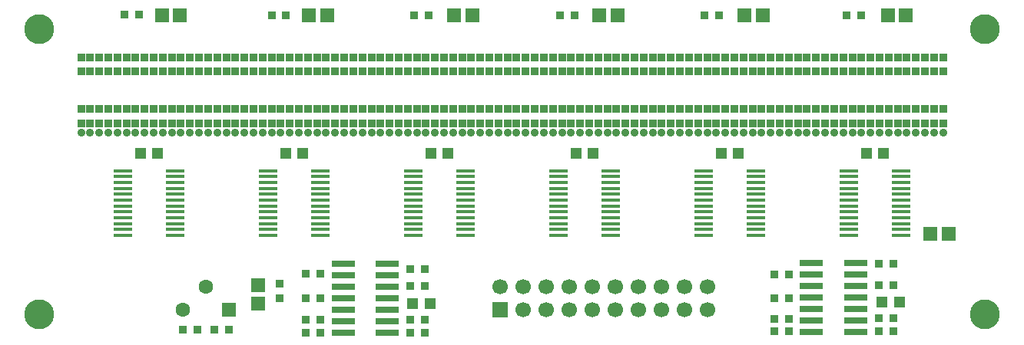
<source format=gts>
%FSLAX43Y43*%
%MOMM*%
G71*
G01*
G75*
G04 Layer_Color=8388736*
%ADD10R,0.800X0.800*%
%ADD11R,0.800X0.800*%
%ADD12R,1.500X1.400*%
%ADD13R,2.500X0.700*%
%ADD14R,1.100X1.100*%
%ADD15R,1.400X1.500*%
%ADD16R,2.000X0.350*%
%ADD17C,0.400*%
%ADD18C,0.200*%
%ADD19C,1.500*%
%ADD20R,1.500X1.500*%
%ADD21C,1.600*%
%ADD22R,1.600X1.600*%
%ADD23C,3.200*%
%ADD24C,0.800*%
%ADD25C,0.250*%
%ADD26C,0.600*%
%ADD27C,0.100*%
%ADD28R,0.900X0.900*%
%ADD29R,0.900X0.900*%
%ADD30R,1.600X1.500*%
%ADD31R,2.600X0.800*%
%ADD32R,1.200X1.200*%
%ADD33R,1.500X1.600*%
%ADD34R,2.100X0.450*%
%ADD35C,1.700*%
%ADD36R,1.700X1.700*%
%ADD37C,3.300*%
%ADD38C,0.900*%
D21*
X69295Y54025D02*
D03*
X71835Y56565D02*
D03*
D22*
X74375Y54025D02*
D03*
D28*
X126100Y76200D02*
D03*
Y74600D02*
D03*
X137100Y76200D02*
D03*
Y74600D02*
D03*
X138100Y76200D02*
D03*
Y74600D02*
D03*
X150100Y76200D02*
D03*
Y74600D02*
D03*
X139100Y76200D02*
D03*
Y74600D02*
D03*
X151100Y76200D02*
D03*
Y74600D02*
D03*
X140100Y76200D02*
D03*
Y74600D02*
D03*
X152100Y76200D02*
D03*
Y74600D02*
D03*
X141100Y76200D02*
D03*
Y74600D02*
D03*
X149100Y76200D02*
D03*
Y74600D02*
D03*
X153100Y76200D02*
D03*
Y74600D02*
D03*
X142100Y76200D02*
D03*
Y74600D02*
D03*
X143100Y76200D02*
D03*
Y74600D02*
D03*
X67100Y74600D02*
D03*
Y76200D02*
D03*
X59100Y74600D02*
D03*
Y76200D02*
D03*
X70100Y74600D02*
D03*
Y76200D02*
D03*
X66100Y74600D02*
D03*
Y76200D02*
D03*
X58100D02*
D03*
Y74600D02*
D03*
X63100D02*
D03*
Y76200D02*
D03*
X71100D02*
D03*
Y74600D02*
D03*
X60100Y76200D02*
D03*
Y74600D02*
D03*
X68100Y76200D02*
D03*
Y74600D02*
D03*
X72100Y76200D02*
D03*
Y74600D02*
D03*
X61100Y76200D02*
D03*
Y74600D02*
D03*
X69100Y76200D02*
D03*
Y74600D02*
D03*
X73100Y76200D02*
D03*
Y74600D02*
D03*
X62100Y76200D02*
D03*
Y74600D02*
D03*
X64100Y76200D02*
D03*
Y74600D02*
D03*
X65100Y76200D02*
D03*
Y74600D02*
D03*
X74100Y76200D02*
D03*
Y74600D02*
D03*
X82100Y76200D02*
D03*
Y74600D02*
D03*
X86100Y76200D02*
D03*
Y74600D02*
D03*
X75100Y76200D02*
D03*
Y74600D02*
D03*
X83100Y76200D02*
D03*
Y74600D02*
D03*
X87100Y76200D02*
D03*
Y74600D02*
D03*
X76100Y76200D02*
D03*
Y74600D02*
D03*
X84100Y76200D02*
D03*
Y74600D02*
D03*
X88100Y76200D02*
D03*
Y74600D02*
D03*
X77100Y76200D02*
D03*
Y74600D02*
D03*
X85100Y76200D02*
D03*
Y74600D02*
D03*
X89100Y76200D02*
D03*
Y74600D02*
D03*
X78100Y76200D02*
D03*
Y74600D02*
D03*
X79100Y76200D02*
D03*
Y74600D02*
D03*
X80100Y76200D02*
D03*
Y74600D02*
D03*
X90100Y76200D02*
D03*
Y74600D02*
D03*
X98100Y76200D02*
D03*
Y74600D02*
D03*
X102100Y76200D02*
D03*
Y74600D02*
D03*
X91100Y76200D02*
D03*
Y74600D02*
D03*
X99100Y76200D02*
D03*
Y74600D02*
D03*
X103100Y76200D02*
D03*
Y74600D02*
D03*
X92100Y76200D02*
D03*
Y74600D02*
D03*
X100100Y76200D02*
D03*
Y74600D02*
D03*
X104100Y76200D02*
D03*
Y74600D02*
D03*
X93100Y76200D02*
D03*
Y74600D02*
D03*
X101100Y76200D02*
D03*
Y74600D02*
D03*
X105100Y76200D02*
D03*
Y74600D02*
D03*
X94100Y76200D02*
D03*
Y74600D02*
D03*
X95100Y76200D02*
D03*
Y74600D02*
D03*
X96100Y76200D02*
D03*
Y74600D02*
D03*
X97100Y76200D02*
D03*
Y74600D02*
D03*
X106100Y76200D02*
D03*
Y74600D02*
D03*
X114100Y76200D02*
D03*
Y74600D02*
D03*
X118100Y76200D02*
D03*
Y74600D02*
D03*
X107100Y76200D02*
D03*
Y74600D02*
D03*
X115100Y76200D02*
D03*
Y74600D02*
D03*
X119100Y76200D02*
D03*
Y74600D02*
D03*
X108100Y76200D02*
D03*
Y74600D02*
D03*
X116100Y76200D02*
D03*
Y74600D02*
D03*
X120100Y76200D02*
D03*
Y74600D02*
D03*
X109100Y76200D02*
D03*
Y74600D02*
D03*
X117100Y76200D02*
D03*
Y74600D02*
D03*
X121100Y76200D02*
D03*
Y74600D02*
D03*
X110100Y76200D02*
D03*
Y74600D02*
D03*
X111100Y76200D02*
D03*
Y74600D02*
D03*
X112100Y76200D02*
D03*
Y74600D02*
D03*
X113100Y76200D02*
D03*
Y74600D02*
D03*
X122100Y76200D02*
D03*
Y74600D02*
D03*
X130100Y76200D02*
D03*
Y74600D02*
D03*
X134100Y76200D02*
D03*
Y74600D02*
D03*
X123100Y76200D02*
D03*
Y74600D02*
D03*
X131100Y76200D02*
D03*
Y74600D02*
D03*
X135100Y76200D02*
D03*
Y74600D02*
D03*
X124100Y76200D02*
D03*
Y74600D02*
D03*
X132100Y76200D02*
D03*
Y74600D02*
D03*
X136100Y76200D02*
D03*
Y74600D02*
D03*
X133100Y76200D02*
D03*
Y74600D02*
D03*
X153100Y80350D02*
D03*
Y81850D02*
D03*
X152100Y80350D02*
D03*
Y81850D02*
D03*
X151100Y80350D02*
D03*
Y81850D02*
D03*
X150100Y80350D02*
D03*
Y81850D02*
D03*
X149100Y80350D02*
D03*
Y81850D02*
D03*
X148100Y80350D02*
D03*
Y81850D02*
D03*
X147100Y80350D02*
D03*
Y81850D02*
D03*
X146100Y80350D02*
D03*
Y81850D02*
D03*
X145100Y80350D02*
D03*
Y81850D02*
D03*
X144100Y80350D02*
D03*
Y81850D02*
D03*
X143100Y80350D02*
D03*
Y81850D02*
D03*
X142100Y80350D02*
D03*
Y81850D02*
D03*
X141100Y80350D02*
D03*
Y81850D02*
D03*
X140100Y80350D02*
D03*
Y81850D02*
D03*
X139100Y80350D02*
D03*
Y81850D02*
D03*
X138100Y80350D02*
D03*
Y81850D02*
D03*
X137100Y80350D02*
D03*
Y81850D02*
D03*
X136100Y80350D02*
D03*
Y81850D02*
D03*
X135100Y80350D02*
D03*
Y81850D02*
D03*
X134100Y80350D02*
D03*
Y81850D02*
D03*
X133100Y80350D02*
D03*
Y81850D02*
D03*
X132100Y80350D02*
D03*
Y81850D02*
D03*
X131100Y80350D02*
D03*
Y81850D02*
D03*
X130100Y80350D02*
D03*
Y81850D02*
D03*
X129100Y80350D02*
D03*
Y81850D02*
D03*
X128100Y80350D02*
D03*
Y81850D02*
D03*
X127100Y80350D02*
D03*
Y81850D02*
D03*
X126100Y80350D02*
D03*
Y81850D02*
D03*
X125100Y80350D02*
D03*
Y81850D02*
D03*
X124100Y80350D02*
D03*
Y81850D02*
D03*
X123100Y80350D02*
D03*
Y81850D02*
D03*
X122100Y80350D02*
D03*
Y81850D02*
D03*
X121100Y80350D02*
D03*
Y81850D02*
D03*
X120100Y80350D02*
D03*
Y81850D02*
D03*
X119100Y80350D02*
D03*
Y81850D02*
D03*
X118100Y80350D02*
D03*
Y81850D02*
D03*
X117100Y80350D02*
D03*
Y81850D02*
D03*
X116100Y80350D02*
D03*
Y81850D02*
D03*
X115100Y80350D02*
D03*
Y81850D02*
D03*
X114100Y80350D02*
D03*
Y81850D02*
D03*
X113100Y80350D02*
D03*
Y81850D02*
D03*
X112100Y80350D02*
D03*
Y81850D02*
D03*
X111100Y80350D02*
D03*
Y81850D02*
D03*
X110100Y80350D02*
D03*
Y81850D02*
D03*
X109100Y80350D02*
D03*
Y81850D02*
D03*
X108100Y80350D02*
D03*
Y81850D02*
D03*
X107100Y80350D02*
D03*
Y81850D02*
D03*
X106100Y80350D02*
D03*
Y81850D02*
D03*
X105100Y80350D02*
D03*
Y81850D02*
D03*
X104100Y80350D02*
D03*
Y81850D02*
D03*
X103100Y80350D02*
D03*
Y81850D02*
D03*
X102100Y80350D02*
D03*
Y81850D02*
D03*
X101100Y80350D02*
D03*
Y81850D02*
D03*
X100100Y80350D02*
D03*
Y81850D02*
D03*
X99100Y80350D02*
D03*
Y81850D02*
D03*
X98100Y80350D02*
D03*
Y81850D02*
D03*
X97100Y80350D02*
D03*
Y81850D02*
D03*
X96100Y80350D02*
D03*
Y81850D02*
D03*
X95100Y80350D02*
D03*
Y81850D02*
D03*
X94100Y80350D02*
D03*
Y81850D02*
D03*
X93100Y80350D02*
D03*
Y81850D02*
D03*
X92100Y80350D02*
D03*
Y81850D02*
D03*
X91100Y80350D02*
D03*
Y81850D02*
D03*
X90100Y80350D02*
D03*
Y81850D02*
D03*
X89100Y80350D02*
D03*
Y81850D02*
D03*
X88100Y80350D02*
D03*
Y81850D02*
D03*
X87100Y80350D02*
D03*
Y81850D02*
D03*
X86100Y80350D02*
D03*
Y81850D02*
D03*
X85100Y80350D02*
D03*
Y81850D02*
D03*
X84100Y80350D02*
D03*
Y81850D02*
D03*
X83100Y80350D02*
D03*
Y81850D02*
D03*
X82100Y80350D02*
D03*
Y81850D02*
D03*
X81100Y80350D02*
D03*
Y81850D02*
D03*
X80100Y80350D02*
D03*
Y81850D02*
D03*
X79100Y80350D02*
D03*
Y81850D02*
D03*
X78100Y80350D02*
D03*
Y81850D02*
D03*
X77100Y80350D02*
D03*
Y81850D02*
D03*
X76100Y80350D02*
D03*
Y81850D02*
D03*
X75100Y80350D02*
D03*
Y81850D02*
D03*
X74100Y80350D02*
D03*
Y81850D02*
D03*
X73100Y80350D02*
D03*
Y81850D02*
D03*
X72100Y80350D02*
D03*
Y81850D02*
D03*
X71100Y80350D02*
D03*
Y81850D02*
D03*
X70100Y80350D02*
D03*
Y81850D02*
D03*
X69100Y80350D02*
D03*
Y81850D02*
D03*
X68100Y80350D02*
D03*
Y81850D02*
D03*
X67100Y80350D02*
D03*
Y81850D02*
D03*
X66100Y80350D02*
D03*
Y81850D02*
D03*
X65100Y80350D02*
D03*
Y81850D02*
D03*
X64100Y80350D02*
D03*
Y81850D02*
D03*
X63100Y80350D02*
D03*
Y81850D02*
D03*
X62100Y80350D02*
D03*
Y81850D02*
D03*
X61100Y80350D02*
D03*
Y81850D02*
D03*
X60100Y80350D02*
D03*
Y81850D02*
D03*
X59100Y80350D02*
D03*
Y81850D02*
D03*
X58100Y80350D02*
D03*
Y81850D02*
D03*
X80000Y55300D02*
D03*
Y56900D02*
D03*
X148100Y76200D02*
D03*
Y74600D02*
D03*
X147100Y76200D02*
D03*
Y74600D02*
D03*
X146100Y76200D02*
D03*
Y74600D02*
D03*
X145100Y76200D02*
D03*
Y74600D02*
D03*
X144100Y76200D02*
D03*
Y74600D02*
D03*
X129100Y76200D02*
D03*
Y74600D02*
D03*
X128100Y76200D02*
D03*
Y74600D02*
D03*
X127100Y76200D02*
D03*
Y74600D02*
D03*
X125100Y76200D02*
D03*
Y74600D02*
D03*
X81100Y76200D02*
D03*
Y74600D02*
D03*
D29*
X69300Y51800D02*
D03*
X70900D02*
D03*
X72800D02*
D03*
X74400D02*
D03*
X84500Y58000D02*
D03*
X82900D02*
D03*
X84500Y55300D02*
D03*
X82900D02*
D03*
Y52900D02*
D03*
X84500D02*
D03*
X82900Y51475D02*
D03*
X84500D02*
D03*
X94400Y58500D02*
D03*
X96000D02*
D03*
X94400Y56600D02*
D03*
X96000D02*
D03*
Y52900D02*
D03*
X94400D02*
D03*
X96000Y51475D02*
D03*
X94400D02*
D03*
X136100Y53000D02*
D03*
X134500D02*
D03*
Y51600D02*
D03*
X136100D02*
D03*
Y57900D02*
D03*
X134500D02*
D03*
X136100Y55300D02*
D03*
X134500D02*
D03*
X146000Y59100D02*
D03*
X147600D02*
D03*
X146000Y56700D02*
D03*
X147600D02*
D03*
Y51600D02*
D03*
X146000D02*
D03*
X147600Y53100D02*
D03*
X146000D02*
D03*
X79100Y86500D02*
D03*
X80700D02*
D03*
X94800D02*
D03*
X96400D02*
D03*
X110900D02*
D03*
X112500D02*
D03*
X142500D02*
D03*
X144100D02*
D03*
X126800D02*
D03*
X128400D02*
D03*
X62900Y86600D02*
D03*
X64500D02*
D03*
D30*
X77600Y56700D02*
D03*
Y54700D02*
D03*
D31*
X91875Y51465D02*
D03*
Y52735D02*
D03*
Y54005D02*
D03*
Y55275D02*
D03*
Y56545D02*
D03*
Y57815D02*
D03*
Y59085D02*
D03*
X86975Y51465D02*
D03*
Y52735D02*
D03*
Y54005D02*
D03*
Y55275D02*
D03*
Y56545D02*
D03*
Y57815D02*
D03*
Y59085D02*
D03*
X143500Y51540D02*
D03*
Y52810D02*
D03*
Y54080D02*
D03*
Y55350D02*
D03*
Y56620D02*
D03*
Y57890D02*
D03*
Y59160D02*
D03*
X138600Y51540D02*
D03*
Y52810D02*
D03*
Y54080D02*
D03*
Y55350D02*
D03*
Y56620D02*
D03*
Y57890D02*
D03*
Y59160D02*
D03*
D32*
X94650Y54700D02*
D03*
X96550D02*
D03*
X146400Y54850D02*
D03*
X148300D02*
D03*
X146550Y71300D02*
D03*
X144650D02*
D03*
X130550D02*
D03*
X128650D02*
D03*
X114550D02*
D03*
X112650D02*
D03*
X64650D02*
D03*
X66550D02*
D03*
X82550D02*
D03*
X80650D02*
D03*
X98550D02*
D03*
X96650D02*
D03*
D33*
X151700Y62400D02*
D03*
X153700D02*
D03*
X67000Y86500D02*
D03*
X69000D02*
D03*
X83200D02*
D03*
X85200D02*
D03*
X99200D02*
D03*
X101200D02*
D03*
X115200D02*
D03*
X117200D02*
D03*
X131200D02*
D03*
X133200D02*
D03*
X147000D02*
D03*
X149000D02*
D03*
D34*
X142700Y69375D02*
D03*
Y68725D02*
D03*
Y68075D02*
D03*
Y67425D02*
D03*
Y66775D02*
D03*
Y66125D02*
D03*
Y65475D02*
D03*
Y64825D02*
D03*
Y64175D02*
D03*
Y63525D02*
D03*
Y62875D02*
D03*
Y62225D02*
D03*
X148500Y69375D02*
D03*
Y68725D02*
D03*
Y68075D02*
D03*
Y67425D02*
D03*
Y66775D02*
D03*
Y66125D02*
D03*
Y65475D02*
D03*
Y64825D02*
D03*
Y64175D02*
D03*
Y63525D02*
D03*
Y62875D02*
D03*
Y62225D02*
D03*
X126700Y69375D02*
D03*
Y68725D02*
D03*
Y68075D02*
D03*
Y67425D02*
D03*
Y66775D02*
D03*
Y66125D02*
D03*
Y65475D02*
D03*
Y64825D02*
D03*
Y64175D02*
D03*
Y63525D02*
D03*
Y62875D02*
D03*
Y62225D02*
D03*
X132500Y69375D02*
D03*
Y68725D02*
D03*
Y68075D02*
D03*
Y67425D02*
D03*
Y66775D02*
D03*
Y66125D02*
D03*
Y65475D02*
D03*
Y64825D02*
D03*
Y64175D02*
D03*
Y63525D02*
D03*
Y62875D02*
D03*
Y62225D02*
D03*
X110700Y69375D02*
D03*
Y68725D02*
D03*
Y68075D02*
D03*
Y67425D02*
D03*
Y66775D02*
D03*
Y66125D02*
D03*
Y65475D02*
D03*
Y64825D02*
D03*
Y64175D02*
D03*
Y63525D02*
D03*
Y62875D02*
D03*
Y62225D02*
D03*
X116500Y69375D02*
D03*
Y68725D02*
D03*
Y68075D02*
D03*
Y67425D02*
D03*
Y66775D02*
D03*
Y66125D02*
D03*
Y65475D02*
D03*
Y64825D02*
D03*
Y64175D02*
D03*
Y63525D02*
D03*
Y62875D02*
D03*
Y62225D02*
D03*
X62700Y69375D02*
D03*
Y68725D02*
D03*
Y68075D02*
D03*
Y67425D02*
D03*
Y66775D02*
D03*
Y66125D02*
D03*
Y65475D02*
D03*
Y64825D02*
D03*
Y64175D02*
D03*
Y63525D02*
D03*
Y62875D02*
D03*
Y62225D02*
D03*
X68500Y69375D02*
D03*
Y68725D02*
D03*
Y68075D02*
D03*
Y67425D02*
D03*
Y66775D02*
D03*
Y66125D02*
D03*
Y65475D02*
D03*
Y64825D02*
D03*
Y64175D02*
D03*
Y63525D02*
D03*
Y62875D02*
D03*
Y62225D02*
D03*
X78700Y69375D02*
D03*
Y68725D02*
D03*
Y68075D02*
D03*
Y67425D02*
D03*
Y66775D02*
D03*
Y66125D02*
D03*
Y65475D02*
D03*
Y64825D02*
D03*
Y64175D02*
D03*
Y63525D02*
D03*
Y62875D02*
D03*
Y62225D02*
D03*
X84500Y69375D02*
D03*
Y68725D02*
D03*
Y68075D02*
D03*
Y67425D02*
D03*
Y66775D02*
D03*
Y66125D02*
D03*
Y65475D02*
D03*
Y64825D02*
D03*
Y64175D02*
D03*
Y63525D02*
D03*
Y62875D02*
D03*
Y62225D02*
D03*
X94700Y69375D02*
D03*
Y68725D02*
D03*
Y68075D02*
D03*
Y67425D02*
D03*
Y66775D02*
D03*
Y66125D02*
D03*
Y65475D02*
D03*
Y64825D02*
D03*
Y64175D02*
D03*
Y63525D02*
D03*
Y62875D02*
D03*
Y62225D02*
D03*
X100500Y69375D02*
D03*
Y68725D02*
D03*
Y68075D02*
D03*
Y67425D02*
D03*
Y66775D02*
D03*
Y66125D02*
D03*
Y65475D02*
D03*
Y64825D02*
D03*
Y64175D02*
D03*
Y63525D02*
D03*
Y62875D02*
D03*
Y62225D02*
D03*
D35*
X122050Y54030D02*
D03*
X119510D02*
D03*
X116970D02*
D03*
X122050Y56570D02*
D03*
X119510D02*
D03*
X116970D02*
D03*
X124590D02*
D03*
X124560Y54030D02*
D03*
X127130D02*
D03*
Y56570D02*
D03*
X114430D02*
D03*
Y54030D02*
D03*
X111860D02*
D03*
X111890Y56570D02*
D03*
X104270D02*
D03*
X106810D02*
D03*
X109350D02*
D03*
X106810Y54030D02*
D03*
X109350D02*
D03*
D36*
X104270D02*
D03*
D37*
X53500Y53500D02*
D03*
Y85000D02*
D03*
X157700Y53500D02*
D03*
Y85000D02*
D03*
D38*
X153100Y73600D02*
D03*
X152100D02*
D03*
X151100D02*
D03*
X150100D02*
D03*
X149100D02*
D03*
X148100D02*
D03*
X147100D02*
D03*
X146100D02*
D03*
X145100D02*
D03*
X144100D02*
D03*
X143100D02*
D03*
X142100D02*
D03*
X141100D02*
D03*
X140100D02*
D03*
X139100D02*
D03*
X138100D02*
D03*
X137100D02*
D03*
X136100D02*
D03*
X135100D02*
D03*
X134100D02*
D03*
X133100D02*
D03*
X132100D02*
D03*
X131100D02*
D03*
X130100D02*
D03*
X129100D02*
D03*
X128100D02*
D03*
X127100D02*
D03*
X126100D02*
D03*
X125100D02*
D03*
X124100D02*
D03*
X123100D02*
D03*
X122100D02*
D03*
X121100D02*
D03*
X120100D02*
D03*
X119100D02*
D03*
X118100D02*
D03*
X117100D02*
D03*
X116100D02*
D03*
X115100D02*
D03*
X114100D02*
D03*
X113100D02*
D03*
X112100D02*
D03*
X111100D02*
D03*
X110100D02*
D03*
X109100D02*
D03*
X108100D02*
D03*
X107100D02*
D03*
X106100D02*
D03*
X105100D02*
D03*
X104100D02*
D03*
X103100D02*
D03*
X102100D02*
D03*
X101100D02*
D03*
X100100D02*
D03*
X99100D02*
D03*
X98100D02*
D03*
X97100D02*
D03*
X96100D02*
D03*
X95100D02*
D03*
X94100D02*
D03*
X93100D02*
D03*
X92100D02*
D03*
X91100D02*
D03*
X90100D02*
D03*
X88100D02*
D03*
X89100D02*
D03*
X87100D02*
D03*
X86100D02*
D03*
X85100D02*
D03*
X84100D02*
D03*
X83100D02*
D03*
X82100D02*
D03*
X81100D02*
D03*
X80100D02*
D03*
X79100D02*
D03*
X78100D02*
D03*
X77100D02*
D03*
X76100D02*
D03*
X75100D02*
D03*
X74100D02*
D03*
X73100D02*
D03*
X72100D02*
D03*
X71100D02*
D03*
X70100D02*
D03*
X69100D02*
D03*
X68100D02*
D03*
X67100D02*
D03*
X66100D02*
D03*
X65100D02*
D03*
X64100D02*
D03*
X63100D02*
D03*
X62100D02*
D03*
X61100D02*
D03*
X60100D02*
D03*
X59100D02*
D03*
X58100D02*
D03*
M02*

</source>
